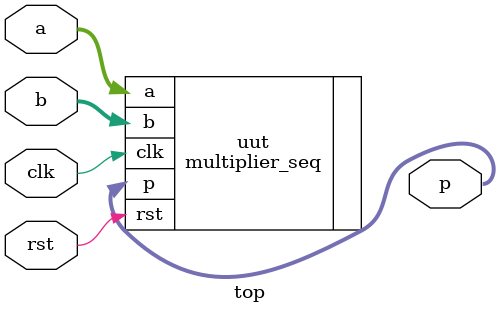
<source format=v>
`timescale 1ns / 1ps


module top(clk, a, b , p, rst);

    input clk;
    input rst;
    input [3:0] a;
    input [3:0] b;
    output [7:0] p;
   
    multiplier_seq uut(.clk(clk),.rst(rst),.a(a),.b(b),.p(p));
   



endmodule

</source>
